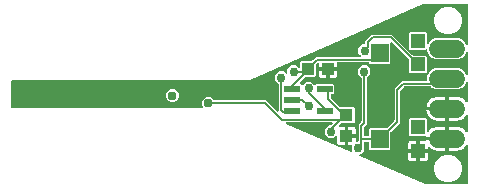
<source format=gbr>
G04 EAGLE Gerber RS-274X export*
G75*
%MOMM*%
%FSLAX34Y34*%
%LPD*%
%AMOC8*
5,1,8,0,0,1.08239X$1,22.5*%
G01*
%ADD10R,1.320800X0.558800*%
%ADD11R,1.000000X1.100000*%
%ADD12R,1.080000X1.050000*%
%ADD13C,1.524000*%
%ADD14R,1.200000X1.200000*%
%ADD15R,1.500000X1.600000*%
%ADD16C,0.787400*%
%ADD17C,0.756400*%
%ADD18C,0.152400*%

G36*
X86997Y-36601D02*
X86997Y-36601D01*
X87101Y-36598D01*
X87119Y-36591D01*
X87138Y-36590D01*
X87234Y-36549D01*
X87332Y-36513D01*
X87347Y-36502D01*
X87365Y-36494D01*
X87443Y-36425D01*
X87524Y-36360D01*
X87535Y-36344D01*
X87549Y-36331D01*
X87601Y-36241D01*
X87657Y-36153D01*
X87662Y-36134D01*
X87671Y-36118D01*
X87692Y-36016D01*
X87717Y-35914D01*
X87716Y-35895D01*
X87720Y-35877D01*
X87706Y-35773D01*
X87698Y-35669D01*
X87691Y-35652D01*
X87688Y-35633D01*
X87643Y-35539D01*
X87602Y-35443D01*
X87587Y-35424D01*
X87581Y-35411D01*
X87558Y-35388D01*
X87497Y-35312D01*
X87403Y-35218D01*
X87403Y-31222D01*
X87400Y-31202D01*
X87402Y-31183D01*
X87380Y-31081D01*
X87364Y-30979D01*
X87354Y-30962D01*
X87350Y-30942D01*
X87297Y-30853D01*
X87248Y-30762D01*
X87234Y-30748D01*
X87224Y-30731D01*
X87145Y-30664D01*
X87070Y-30592D01*
X87052Y-30584D01*
X87037Y-30571D01*
X86941Y-30532D01*
X86847Y-30489D01*
X86827Y-30487D01*
X86809Y-30479D01*
X86642Y-30461D01*
X84231Y-30461D01*
X84231Y-24193D01*
X90648Y-24193D01*
X90648Y-26952D01*
X90651Y-26972D01*
X90649Y-26991D01*
X90671Y-27093D01*
X90688Y-27195D01*
X90697Y-27212D01*
X90702Y-27232D01*
X90755Y-27321D01*
X90803Y-27412D01*
X90817Y-27426D01*
X90828Y-27443D01*
X90906Y-27510D01*
X90981Y-27582D01*
X90999Y-27590D01*
X91015Y-27603D01*
X91111Y-27642D01*
X91204Y-27685D01*
X91224Y-27687D01*
X91243Y-27695D01*
X91409Y-27713D01*
X92202Y-27713D01*
X92222Y-27710D01*
X92241Y-27712D01*
X92343Y-27690D01*
X92445Y-27674D01*
X92462Y-27664D01*
X92482Y-27660D01*
X92571Y-27607D01*
X92662Y-27558D01*
X92676Y-27544D01*
X92693Y-27534D01*
X92760Y-27455D01*
X92832Y-27380D01*
X92840Y-27362D01*
X92853Y-27347D01*
X92892Y-27251D01*
X92935Y-27157D01*
X92937Y-27137D01*
X92945Y-27119D01*
X92963Y-26952D01*
X92963Y-13023D01*
X95280Y-10706D01*
X95333Y-10632D01*
X95393Y-10562D01*
X95405Y-10532D01*
X95424Y-10506D01*
X95451Y-10419D01*
X95485Y-10334D01*
X95489Y-10293D01*
X95496Y-10271D01*
X95495Y-10239D01*
X95503Y-10168D01*
X95503Y26217D01*
X95489Y26307D01*
X95481Y26398D01*
X95469Y26427D01*
X95464Y26459D01*
X95421Y26540D01*
X95385Y26624D01*
X95359Y26656D01*
X95348Y26677D01*
X95325Y26699D01*
X95280Y26755D01*
X92483Y29552D01*
X92483Y33948D01*
X95592Y37057D01*
X99988Y37057D01*
X103097Y33948D01*
X103097Y29552D01*
X100300Y26755D01*
X100246Y26681D01*
X100187Y26611D01*
X100175Y26581D01*
X100156Y26555D01*
X100129Y26468D01*
X100095Y26383D01*
X100091Y26342D01*
X100084Y26320D01*
X100085Y26288D01*
X100077Y26217D01*
X100077Y-12377D01*
X98514Y-13940D01*
X97760Y-14694D01*
X97707Y-14768D01*
X97647Y-14838D01*
X97635Y-14868D01*
X97616Y-14894D01*
X97589Y-14981D01*
X97555Y-15066D01*
X97551Y-15107D01*
X97544Y-15129D01*
X97545Y-15161D01*
X97537Y-15233D01*
X97537Y-22352D01*
X97540Y-22372D01*
X97538Y-22391D01*
X97560Y-22493D01*
X97576Y-22595D01*
X97586Y-22612D01*
X97590Y-22632D01*
X97643Y-22721D01*
X97692Y-22812D01*
X97706Y-22826D01*
X97716Y-22843D01*
X97795Y-22910D01*
X97870Y-22982D01*
X97888Y-22990D01*
X97903Y-23003D01*
X97999Y-23042D01*
X98093Y-23085D01*
X98113Y-23087D01*
X98131Y-23095D01*
X98298Y-23113D01*
X101214Y-23113D01*
X101234Y-23110D01*
X101253Y-23112D01*
X101355Y-23090D01*
X101457Y-23074D01*
X101474Y-23064D01*
X101494Y-23060D01*
X101583Y-23007D01*
X101674Y-22958D01*
X101688Y-22944D01*
X101705Y-22934D01*
X101772Y-22855D01*
X101844Y-22780D01*
X101852Y-22762D01*
X101865Y-22747D01*
X101904Y-22651D01*
X101947Y-22557D01*
X101949Y-22537D01*
X101957Y-22519D01*
X101975Y-22352D01*
X101975Y-16618D01*
X102868Y-15725D01*
X116975Y-15725D01*
X117066Y-15711D01*
X117156Y-15703D01*
X117186Y-15691D01*
X117218Y-15686D01*
X117299Y-15643D01*
X117383Y-15607D01*
X117415Y-15581D01*
X117436Y-15570D01*
X117458Y-15547D01*
X117514Y-15502D01*
X123220Y-9796D01*
X123273Y-9722D01*
X123333Y-9652D01*
X123345Y-9622D01*
X123364Y-9596D01*
X123391Y-9509D01*
X123425Y-9424D01*
X123429Y-9383D01*
X123436Y-9361D01*
X123435Y-9329D01*
X123443Y-9257D01*
X123443Y17457D01*
X129863Y23877D01*
X150599Y23877D01*
X150619Y23880D01*
X150638Y23878D01*
X150740Y23900D01*
X150842Y23916D01*
X150859Y23926D01*
X150879Y23930D01*
X150968Y23983D01*
X151059Y24032D01*
X151073Y24046D01*
X151090Y24056D01*
X151157Y24135D01*
X151229Y24210D01*
X151237Y24228D01*
X151250Y24243D01*
X151288Y24339D01*
X151332Y24433D01*
X151334Y24453D01*
X151342Y24471D01*
X151360Y24638D01*
X151360Y27669D01*
X152752Y31030D01*
X155325Y33603D01*
X158686Y34995D01*
X177564Y34995D01*
X180925Y33603D01*
X183498Y31030D01*
X184209Y29313D01*
X184260Y29230D01*
X184306Y29144D01*
X184324Y29126D01*
X184338Y29104D01*
X184414Y29042D01*
X184484Y28975D01*
X184508Y28964D01*
X184528Y28947D01*
X184619Y28912D01*
X184707Y28871D01*
X184733Y28868D01*
X184757Y28859D01*
X184855Y28855D01*
X184951Y28844D01*
X184977Y28850D01*
X185003Y28849D01*
X185097Y28876D01*
X185192Y28896D01*
X185214Y28910D01*
X185239Y28917D01*
X185319Y28973D01*
X185403Y29023D01*
X185420Y29042D01*
X185441Y29057D01*
X185500Y29136D01*
X185563Y29210D01*
X185573Y29234D01*
X185588Y29255D01*
X185618Y29347D01*
X185655Y29438D01*
X185658Y29470D01*
X185664Y29489D01*
X185664Y29522D01*
X185673Y29604D01*
X185673Y47496D01*
X185658Y47592D01*
X185648Y47689D01*
X185638Y47713D01*
X185634Y47738D01*
X185588Y47824D01*
X185548Y47913D01*
X185531Y47933D01*
X185518Y47956D01*
X185448Y48023D01*
X185382Y48094D01*
X185359Y48107D01*
X185340Y48125D01*
X185252Y48166D01*
X185166Y48213D01*
X185141Y48218D01*
X185117Y48229D01*
X185020Y48239D01*
X184924Y48257D01*
X184898Y48253D01*
X184873Y48256D01*
X184777Y48235D01*
X184681Y48221D01*
X184658Y48209D01*
X184632Y48204D01*
X184549Y48154D01*
X184462Y48109D01*
X184443Y48091D01*
X184421Y48077D01*
X184358Y48003D01*
X184290Y47934D01*
X184274Y47905D01*
X184261Y47890D01*
X184249Y47860D01*
X184209Y47787D01*
X183498Y46070D01*
X180925Y43497D01*
X177564Y42105D01*
X158686Y42105D01*
X155325Y43497D01*
X152752Y46070D01*
X151360Y49431D01*
X151360Y49866D01*
X151349Y49937D01*
X151347Y50009D01*
X151329Y50058D01*
X151321Y50109D01*
X151287Y50172D01*
X151262Y50240D01*
X151230Y50280D01*
X151205Y50326D01*
X151154Y50376D01*
X151109Y50432D01*
X151065Y50460D01*
X151027Y50496D01*
X150962Y50526D01*
X150902Y50565D01*
X150851Y50577D01*
X150804Y50599D01*
X150733Y50607D01*
X150663Y50625D01*
X150611Y50621D01*
X150560Y50626D01*
X150489Y50611D01*
X150418Y50606D01*
X150370Y50585D01*
X150319Y50574D01*
X150258Y50537D01*
X150192Y50509D01*
X150136Y50464D01*
X150108Y50448D01*
X150093Y50430D01*
X150061Y50404D01*
X150007Y50350D01*
X136743Y50350D01*
X135850Y51243D01*
X135850Y64507D01*
X136743Y65400D01*
X150007Y65400D01*
X150900Y64507D01*
X150900Y55784D01*
X150915Y55688D01*
X150925Y55591D01*
X150935Y55567D01*
X150939Y55541D01*
X150985Y55456D01*
X151025Y55366D01*
X151042Y55347D01*
X151055Y55324D01*
X151125Y55257D01*
X151191Y55185D01*
X151214Y55173D01*
X151233Y55155D01*
X151321Y55114D01*
X151407Y55067D01*
X151432Y55062D01*
X151456Y55051D01*
X151553Y55040D01*
X151649Y55023D01*
X151675Y55027D01*
X151700Y55024D01*
X151796Y55045D01*
X151892Y55059D01*
X151915Y55071D01*
X151941Y55076D01*
X152024Y55126D01*
X152111Y55170D01*
X152130Y55189D01*
X152152Y55202D01*
X152215Y55276D01*
X152283Y55346D01*
X152299Y55375D01*
X152312Y55389D01*
X152324Y55420D01*
X152364Y55493D01*
X152752Y56430D01*
X155325Y59003D01*
X158686Y60395D01*
X177564Y60395D01*
X180925Y59003D01*
X183498Y56430D01*
X184209Y54713D01*
X184260Y54630D01*
X184306Y54544D01*
X184324Y54526D01*
X184338Y54504D01*
X184414Y54442D01*
X184484Y54375D01*
X184508Y54364D01*
X184528Y54347D01*
X184619Y54312D01*
X184707Y54271D01*
X184733Y54268D01*
X184757Y54259D01*
X184855Y54255D01*
X184951Y54244D01*
X184977Y54250D01*
X185003Y54249D01*
X185097Y54276D01*
X185192Y54296D01*
X185214Y54310D01*
X185239Y54317D01*
X185319Y54373D01*
X185403Y54423D01*
X185420Y54442D01*
X185441Y54457D01*
X185500Y54536D01*
X185563Y54610D01*
X185573Y54634D01*
X185588Y54655D01*
X185618Y54747D01*
X185655Y54838D01*
X185658Y54870D01*
X185664Y54889D01*
X185664Y54922D01*
X185673Y55004D01*
X185673Y88392D01*
X185670Y88412D01*
X185672Y88431D01*
X185650Y88533D01*
X185634Y88635D01*
X185624Y88652D01*
X185620Y88672D01*
X185567Y88761D01*
X185518Y88852D01*
X185504Y88866D01*
X185494Y88883D01*
X185415Y88950D01*
X185340Y89022D01*
X185322Y89030D01*
X185307Y89043D01*
X185211Y89082D01*
X185117Y89125D01*
X185097Y89127D01*
X185079Y89135D01*
X184912Y89153D01*
X147960Y89153D01*
X147888Y89141D01*
X147814Y89139D01*
X147749Y89119D01*
X147718Y89114D01*
X147696Y89102D01*
X147654Y89089D01*
X1444Y24807D01*
X1396Y24776D01*
X1343Y24753D01*
X1264Y24690D01*
X1238Y24673D01*
X1229Y24662D01*
X1212Y24648D01*
X947Y24383D01*
X640Y24383D01*
X568Y24371D01*
X494Y24369D01*
X429Y24349D01*
X398Y24344D01*
X376Y24332D01*
X334Y24319D01*
X53Y24195D01*
X-296Y24331D01*
X-352Y24343D01*
X-406Y24365D01*
X-506Y24376D01*
X-537Y24382D01*
X-550Y24381D01*
X-572Y24383D01*
X-200152Y24383D01*
X-200172Y24380D01*
X-200191Y24382D01*
X-200293Y24360D01*
X-200395Y24344D01*
X-200412Y24334D01*
X-200432Y24330D01*
X-200521Y24277D01*
X-200612Y24228D01*
X-200626Y24214D01*
X-200643Y24204D01*
X-200710Y24125D01*
X-200782Y24050D01*
X-200790Y24032D01*
X-200803Y24017D01*
X-200842Y23921D01*
X-200885Y23827D01*
X-200887Y23807D01*
X-200895Y23789D01*
X-200913Y23622D01*
X-200913Y1778D01*
X-200910Y1758D01*
X-200912Y1739D01*
X-200890Y1637D01*
X-200874Y1535D01*
X-200864Y1518D01*
X-200860Y1498D01*
X-200807Y1409D01*
X-200758Y1318D01*
X-200744Y1304D01*
X-200734Y1287D01*
X-200655Y1220D01*
X-200580Y1148D01*
X-200562Y1140D01*
X-200547Y1127D01*
X-200451Y1088D01*
X-200357Y1045D01*
X-200337Y1043D01*
X-200319Y1035D01*
X-200152Y1017D01*
X-39658Y1017D01*
X-39613Y1024D01*
X-39567Y1022D01*
X-39492Y1044D01*
X-39415Y1056D01*
X-39375Y1078D01*
X-39331Y1091D01*
X-39267Y1135D01*
X-39198Y1172D01*
X-39166Y1205D01*
X-39129Y1231D01*
X-39082Y1294D01*
X-39028Y1350D01*
X-39009Y1392D01*
X-38982Y1428D01*
X-38958Y1502D01*
X-38925Y1573D01*
X-38920Y1619D01*
X-38906Y1662D01*
X-38906Y1740D01*
X-38898Y1817D01*
X-38908Y1862D01*
X-38908Y1908D01*
X-38946Y2040D01*
X-38950Y2058D01*
X-38953Y2062D01*
X-38955Y2069D01*
X-39752Y3994D01*
X-39752Y6166D01*
X-38920Y8174D01*
X-37384Y9710D01*
X-35376Y10542D01*
X-33204Y10542D01*
X-31196Y9710D01*
X-29660Y8174D01*
X-29520Y7837D01*
X-29458Y7737D01*
X-29399Y7637D01*
X-29394Y7633D01*
X-29391Y7628D01*
X-29301Y7553D01*
X-29212Y7477D01*
X-29206Y7475D01*
X-29201Y7471D01*
X-29093Y7429D01*
X-28984Y7385D01*
X-28976Y7384D01*
X-28971Y7383D01*
X-28953Y7382D01*
X-28817Y7367D01*
X14917Y7367D01*
X24152Y-1868D01*
X24210Y-1910D01*
X24262Y-1960D01*
X24310Y-1982D01*
X24352Y-2012D01*
X24420Y-2033D01*
X24486Y-2063D01*
X24537Y-2069D01*
X24587Y-2084D01*
X24659Y-2082D01*
X24730Y-2090D01*
X24781Y-2079D01*
X24833Y-2078D01*
X24900Y-2053D01*
X24970Y-2038D01*
X25015Y-2011D01*
X25064Y-1993D01*
X25120Y-1949D01*
X25181Y-1912D01*
X25215Y-1872D01*
X25256Y-1840D01*
X25295Y-1779D01*
X25341Y-1725D01*
X25361Y-1677D01*
X25389Y-1633D01*
X25406Y-1563D01*
X25433Y-1497D01*
X25441Y-1425D01*
X25449Y-1394D01*
X25447Y-1371D01*
X25452Y-1330D01*
X25452Y21137D01*
X25437Y21227D01*
X25430Y21318D01*
X25417Y21347D01*
X25412Y21379D01*
X25369Y21460D01*
X25334Y21544D01*
X25308Y21576D01*
X25297Y21597D01*
X25274Y21619D01*
X25229Y21675D01*
X22432Y24472D01*
X22432Y28868D01*
X25540Y31977D01*
X29937Y31977D01*
X31494Y30420D01*
X31552Y30378D01*
X31604Y30328D01*
X31651Y30306D01*
X31693Y30276D01*
X31762Y30255D01*
X31827Y30225D01*
X31879Y30219D01*
X31929Y30204D01*
X32000Y30206D01*
X32071Y30198D01*
X32122Y30209D01*
X32174Y30210D01*
X32242Y30235D01*
X32312Y30250D01*
X32357Y30277D01*
X32405Y30295D01*
X32461Y30339D01*
X32523Y30376D01*
X32557Y30416D01*
X32597Y30448D01*
X32636Y30509D01*
X32683Y30563D01*
X32702Y30611D01*
X32730Y30655D01*
X32748Y30725D01*
X32775Y30791D01*
X32783Y30863D01*
X32791Y30894D01*
X32789Y30917D01*
X32793Y30958D01*
X32793Y33948D01*
X35902Y37057D01*
X40298Y37057D01*
X42223Y35132D01*
X42281Y35090D01*
X42333Y35040D01*
X42381Y35018D01*
X42423Y34988D01*
X42491Y34967D01*
X42557Y34937D01*
X42608Y34931D01*
X42658Y34916D01*
X42730Y34918D01*
X42801Y34910D01*
X42852Y34921D01*
X42904Y34922D01*
X42971Y34947D01*
X43041Y34962D01*
X43086Y34989D01*
X43135Y35007D01*
X43191Y35051D01*
X43252Y35088D01*
X43286Y35128D01*
X43327Y35160D01*
X43366Y35221D01*
X43412Y35275D01*
X43432Y35323D01*
X43460Y35367D01*
X43477Y35437D01*
X43504Y35503D01*
X43512Y35575D01*
X43520Y35606D01*
X43518Y35629D01*
X43523Y35670D01*
X43523Y40262D01*
X44416Y41155D01*
X53523Y41155D01*
X53613Y41169D01*
X53704Y41177D01*
X53734Y41189D01*
X53766Y41194D01*
X53846Y41237D01*
X53930Y41273D01*
X53962Y41299D01*
X53983Y41310D01*
X54005Y41333D01*
X54061Y41378D01*
X56880Y44197D01*
X94060Y44197D01*
X94130Y44208D01*
X94202Y44210D01*
X94251Y44228D01*
X94302Y44236D01*
X94366Y44270D01*
X94433Y44295D01*
X94474Y44327D01*
X94520Y44352D01*
X94569Y44404D01*
X94625Y44448D01*
X94653Y44492D01*
X94689Y44530D01*
X94719Y44595D01*
X94758Y44655D01*
X94771Y44706D01*
X94793Y44753D01*
X94801Y44824D01*
X94818Y44894D01*
X94814Y44946D01*
X94820Y44997D01*
X94805Y45068D01*
X94799Y45139D01*
X94779Y45187D01*
X94768Y45238D01*
X94731Y45299D01*
X94703Y45365D01*
X94658Y45421D01*
X94641Y45449D01*
X94624Y45464D01*
X94598Y45496D01*
X92762Y47332D01*
X92762Y51728D01*
X95871Y54837D01*
X98041Y54837D01*
X98061Y54840D01*
X98080Y54838D01*
X98182Y54860D01*
X98284Y54876D01*
X98301Y54886D01*
X98321Y54890D01*
X98410Y54943D01*
X98501Y54992D01*
X98515Y55006D01*
X98532Y55016D01*
X98599Y55095D01*
X98671Y55170D01*
X98679Y55188D01*
X98692Y55203D01*
X98731Y55299D01*
X98774Y55393D01*
X98776Y55413D01*
X98784Y55431D01*
X98802Y55598D01*
X98802Y57769D01*
X104021Y62988D01*
X121183Y62988D01*
X138548Y45623D01*
X138622Y45570D01*
X138692Y45510D01*
X138722Y45498D01*
X138748Y45479D01*
X138835Y45452D01*
X138920Y45418D01*
X138961Y45414D01*
X138983Y45407D01*
X139015Y45408D01*
X139087Y45400D01*
X150007Y45400D01*
X150900Y44507D01*
X150900Y31243D01*
X150007Y30350D01*
X136743Y30350D01*
X135850Y31243D01*
X135850Y41538D01*
X135836Y41628D01*
X135828Y41719D01*
X135816Y41748D01*
X135811Y41780D01*
X135768Y41861D01*
X135732Y41945D01*
X135706Y41977D01*
X135695Y41998D01*
X135672Y42020D01*
X135627Y42076D01*
X121199Y56504D01*
X121141Y56546D01*
X121089Y56595D01*
X121042Y56617D01*
X121000Y56647D01*
X120931Y56669D01*
X120866Y56699D01*
X120814Y56705D01*
X120764Y56720D01*
X120693Y56718D01*
X120622Y56726D01*
X120571Y56715D01*
X120519Y56713D01*
X120451Y56689D01*
X120381Y56674D01*
X120336Y56647D01*
X120288Y56629D01*
X120232Y56584D01*
X120170Y56547D01*
X120136Y56508D01*
X120096Y56475D01*
X120057Y56415D01*
X120010Y56361D01*
X119991Y56312D01*
X119963Y56268D01*
X119945Y56199D01*
X119918Y56132D01*
X119910Y56061D01*
X119902Y56030D01*
X119904Y56007D01*
X119900Y55966D01*
X119900Y39243D01*
X119007Y38350D01*
X102743Y38350D01*
X101693Y39400D01*
X101619Y39453D01*
X101550Y39513D01*
X101520Y39525D01*
X101494Y39544D01*
X101407Y39571D01*
X101322Y39605D01*
X101281Y39609D01*
X101259Y39616D01*
X101226Y39615D01*
X101155Y39623D01*
X75349Y39623D01*
X75330Y39620D01*
X75310Y39622D01*
X75209Y39600D01*
X75107Y39584D01*
X75089Y39574D01*
X75070Y39570D01*
X74981Y39517D01*
X74889Y39468D01*
X74876Y39454D01*
X74859Y39444D01*
X74791Y39365D01*
X74720Y39290D01*
X74712Y39272D01*
X74699Y39257D01*
X74660Y39161D01*
X74616Y39067D01*
X74614Y39047D01*
X74607Y39029D01*
X74588Y38862D01*
X74588Y35653D01*
X67810Y35653D01*
X67790Y35650D01*
X67770Y35652D01*
X67669Y35630D01*
X67567Y35613D01*
X67549Y35604D01*
X67530Y35600D01*
X67441Y35547D01*
X67349Y35498D01*
X67336Y35484D01*
X67319Y35474D01*
X67251Y35395D01*
X67180Y35320D01*
X67172Y35302D01*
X67159Y35287D01*
X67120Y35191D01*
X67076Y35097D01*
X67074Y35077D01*
X67067Y35059D01*
X67048Y34892D01*
X67048Y34129D01*
X67047Y34129D01*
X67047Y34892D01*
X67043Y34912D01*
X67046Y34931D01*
X67024Y35033D01*
X67007Y35135D01*
X66998Y35152D01*
X66993Y35172D01*
X66940Y35261D01*
X66892Y35352D01*
X66877Y35366D01*
X66867Y35383D01*
X66788Y35450D01*
X66713Y35521D01*
X66695Y35530D01*
X66680Y35543D01*
X66584Y35582D01*
X66490Y35625D01*
X66471Y35627D01*
X66452Y35635D01*
X66285Y35653D01*
X59507Y35653D01*
X59507Y38518D01*
X59495Y38588D01*
X59493Y38660D01*
X59475Y38709D01*
X59467Y38760D01*
X59433Y38824D01*
X59409Y38891D01*
X59376Y38932D01*
X59352Y38978D01*
X59300Y39027D01*
X59255Y39083D01*
X59211Y39111D01*
X59174Y39147D01*
X59109Y39177D01*
X59048Y39216D01*
X58998Y39229D01*
X58951Y39251D01*
X58879Y39259D01*
X58810Y39276D01*
X58758Y39272D01*
X58706Y39278D01*
X58636Y39263D01*
X58565Y39257D01*
X58517Y39237D01*
X58466Y39226D01*
X58404Y39189D01*
X58338Y39161D01*
X58282Y39116D01*
X58255Y39099D01*
X58239Y39082D01*
X58207Y39056D01*
X56795Y37644D01*
X56742Y37570D01*
X56683Y37500D01*
X56671Y37470D01*
X56652Y37444D01*
X56625Y37357D01*
X56591Y37272D01*
X56586Y37231D01*
X56579Y37209D01*
X56580Y37177D01*
X56572Y37105D01*
X56572Y27998D01*
X55679Y27105D01*
X47842Y27105D01*
X47752Y27091D01*
X47661Y27083D01*
X47631Y27071D01*
X47599Y27066D01*
X47519Y27023D01*
X47435Y26987D01*
X47403Y26961D01*
X47382Y26950D01*
X47360Y26927D01*
X47304Y26882D01*
X43388Y22966D01*
X43346Y22908D01*
X43296Y22856D01*
X43275Y22809D01*
X43244Y22767D01*
X43223Y22698D01*
X43193Y22633D01*
X43187Y22581D01*
X43172Y22531D01*
X43174Y22460D01*
X43166Y22389D01*
X43177Y22338D01*
X43178Y22286D01*
X43203Y22218D01*
X43218Y22148D01*
X43245Y22103D01*
X43263Y22055D01*
X43307Y21999D01*
X43344Y21937D01*
X43384Y21903D01*
X43416Y21863D01*
X43477Y21824D01*
X43531Y21777D01*
X43579Y21758D01*
X43623Y21730D01*
X43693Y21712D01*
X43759Y21685D01*
X43831Y21677D01*
X43862Y21669D01*
X43885Y21671D01*
X43926Y21667D01*
X44257Y21667D01*
X45181Y20743D01*
X45197Y20731D01*
X45210Y20715D01*
X45297Y20659D01*
X45381Y20599D01*
X45400Y20593D01*
X45417Y20582D01*
X45517Y20557D01*
X45616Y20527D01*
X45636Y20527D01*
X45655Y20522D01*
X45758Y20530D01*
X45862Y20533D01*
X45881Y20540D01*
X45900Y20541D01*
X45995Y20582D01*
X46093Y20618D01*
X46109Y20630D01*
X46127Y20638D01*
X46258Y20743D01*
X48602Y23087D01*
X52998Y23087D01*
X55280Y20805D01*
X55296Y20793D01*
X55308Y20778D01*
X55396Y20722D01*
X55479Y20662D01*
X55498Y20656D01*
X55515Y20645D01*
X55616Y20620D01*
X55715Y20589D01*
X55734Y20590D01*
X55754Y20585D01*
X55857Y20593D01*
X55960Y20596D01*
X55979Y20602D01*
X55999Y20604D01*
X56094Y20644D01*
X56191Y20680D01*
X56207Y20693D01*
X56225Y20700D01*
X56356Y20805D01*
X57218Y21667D01*
X71689Y21667D01*
X72582Y20774D01*
X72582Y13922D01*
X71689Y13029D01*
X70358Y13029D01*
X70338Y13026D01*
X70319Y13028D01*
X70217Y13006D01*
X70115Y12990D01*
X70098Y12980D01*
X70078Y12976D01*
X69989Y12923D01*
X69898Y12874D01*
X69884Y12860D01*
X69867Y12850D01*
X69800Y12771D01*
X69728Y12696D01*
X69720Y12678D01*
X69707Y12663D01*
X69668Y12567D01*
X69625Y12473D01*
X69623Y12453D01*
X69615Y12435D01*
X69597Y12268D01*
X69597Y10153D01*
X69611Y10062D01*
X69619Y9972D01*
X69631Y9942D01*
X69636Y9910D01*
X69679Y9829D01*
X69715Y9745D01*
X69741Y9713D01*
X69752Y9692D01*
X69775Y9670D01*
X69820Y9614D01*
X77606Y1828D01*
X77680Y1775D01*
X77750Y1715D01*
X77780Y1703D01*
X77806Y1684D01*
X77893Y1657D01*
X77978Y1623D01*
X78019Y1619D01*
X78041Y1612D01*
X78073Y1613D01*
X78145Y1605D01*
X88739Y1605D01*
X89632Y712D01*
X89632Y-11052D01*
X88739Y-11945D01*
X78212Y-11945D01*
X78122Y-11959D01*
X78031Y-11967D01*
X78001Y-11979D01*
X77969Y-11984D01*
X77889Y-12027D01*
X77805Y-12063D01*
X77773Y-12089D01*
X77752Y-12100D01*
X77730Y-12123D01*
X77674Y-12168D01*
X76235Y-13606D01*
X76207Y-13645D01*
X76172Y-13678D01*
X76136Y-13745D01*
X76091Y-13806D01*
X76077Y-13852D01*
X76054Y-13894D01*
X76041Y-13969D01*
X76019Y-14041D01*
X76020Y-14089D01*
X76012Y-14136D01*
X76024Y-14211D01*
X76025Y-14287D01*
X76042Y-14332D01*
X76049Y-14380D01*
X76084Y-14447D01*
X76110Y-14518D01*
X76140Y-14556D01*
X76162Y-14598D01*
X76216Y-14651D01*
X76264Y-14710D01*
X76304Y-14736D01*
X76338Y-14769D01*
X76407Y-14802D01*
X76471Y-14843D01*
X76517Y-14855D01*
X76560Y-14876D01*
X76636Y-14885D01*
X76709Y-14903D01*
X76757Y-14899D01*
X76805Y-14905D01*
X76932Y-14886D01*
X76954Y-14884D01*
X76960Y-14882D01*
X76970Y-14880D01*
X76973Y-14879D01*
X81184Y-14879D01*
X81184Y-21908D01*
X81186Y-21918D01*
X81185Y-21924D01*
X81187Y-21932D01*
X81185Y-21947D01*
X81207Y-22049D01*
X81224Y-22151D01*
X81233Y-22168D01*
X81238Y-22188D01*
X81291Y-22277D01*
X81339Y-22368D01*
X81354Y-22382D01*
X81364Y-22399D01*
X81442Y-22466D01*
X81517Y-22537D01*
X81536Y-22546D01*
X81551Y-22559D01*
X81647Y-22598D01*
X81741Y-22641D01*
X81760Y-22643D01*
X81779Y-22651D01*
X81946Y-22669D01*
X82708Y-22669D01*
X82708Y-22671D01*
X81946Y-22671D01*
X81926Y-22674D01*
X81906Y-22672D01*
X81805Y-22694D01*
X81703Y-22711D01*
X81685Y-22720D01*
X81666Y-22724D01*
X81577Y-22777D01*
X81485Y-22826D01*
X81472Y-22840D01*
X81455Y-22850D01*
X81387Y-22929D01*
X81316Y-23004D01*
X81308Y-23022D01*
X81295Y-23037D01*
X81256Y-23133D01*
X81212Y-23227D01*
X81210Y-23247D01*
X81203Y-23265D01*
X81184Y-23432D01*
X81184Y-30461D01*
X76973Y-30461D01*
X76327Y-30288D01*
X75747Y-29953D01*
X75274Y-29480D01*
X74940Y-28901D01*
X74767Y-28254D01*
X74767Y-23476D01*
X74755Y-23405D01*
X74753Y-23333D01*
X74735Y-23284D01*
X74727Y-23233D01*
X74693Y-23170D01*
X74669Y-23102D01*
X74636Y-23062D01*
X74612Y-23016D01*
X74560Y-22966D01*
X74515Y-22910D01*
X74471Y-22882D01*
X74434Y-22846D01*
X74369Y-22816D01*
X74308Y-22777D01*
X74258Y-22765D01*
X74211Y-22743D01*
X74139Y-22735D01*
X74070Y-22717D01*
X74018Y-22721D01*
X73966Y-22716D01*
X73896Y-22731D01*
X73825Y-22736D01*
X73777Y-22757D01*
X73726Y-22768D01*
X73664Y-22805D01*
X73598Y-22833D01*
X73542Y-22878D01*
X73515Y-22894D01*
X73499Y-22912D01*
X73467Y-22938D01*
X72048Y-24357D01*
X67652Y-24357D01*
X64543Y-21248D01*
X64543Y-16852D01*
X67652Y-13743D01*
X69315Y-13743D01*
X69405Y-13729D01*
X69496Y-13721D01*
X69526Y-13709D01*
X69558Y-13704D01*
X69638Y-13661D01*
X69722Y-13625D01*
X69754Y-13599D01*
X69775Y-13588D01*
X69797Y-13565D01*
X69853Y-13520D01*
X70897Y-12476D01*
X70939Y-12418D01*
X70989Y-12366D01*
X71010Y-12319D01*
X71041Y-12277D01*
X71062Y-12208D01*
X71092Y-12143D01*
X71098Y-12091D01*
X71113Y-12041D01*
X71111Y-11970D01*
X71119Y-11899D01*
X71108Y-11848D01*
X71107Y-11796D01*
X71082Y-11728D01*
X71067Y-11658D01*
X71040Y-11613D01*
X71022Y-11565D01*
X70978Y-11509D01*
X70941Y-11447D01*
X70901Y-11413D01*
X70869Y-11373D01*
X70808Y-11334D01*
X70754Y-11287D01*
X70706Y-11268D01*
X70662Y-11240D01*
X70592Y-11222D01*
X70526Y-11195D01*
X70454Y-11187D01*
X70423Y-11179D01*
X70400Y-11181D01*
X70359Y-11177D01*
X32101Y-11177D01*
X32012Y-11191D01*
X31922Y-11198D01*
X31891Y-11211D01*
X31859Y-11216D01*
X31779Y-11259D01*
X31695Y-11294D01*
X31671Y-11316D01*
X31641Y-11332D01*
X31579Y-11397D01*
X31511Y-11457D01*
X31495Y-11486D01*
X31472Y-11510D01*
X31434Y-11592D01*
X31389Y-11670D01*
X31382Y-11703D01*
X31368Y-11733D01*
X31358Y-11823D01*
X31341Y-11912D01*
X31345Y-11944D01*
X31341Y-11977D01*
X31360Y-12066D01*
X31372Y-12156D01*
X31386Y-12185D01*
X31393Y-12218D01*
X31440Y-12295D01*
X31479Y-12377D01*
X31503Y-12400D01*
X31520Y-12429D01*
X31588Y-12488D01*
X31652Y-12552D01*
X31688Y-12573D01*
X31707Y-12589D01*
X31736Y-12601D01*
X31797Y-12636D01*
X86655Y-36548D01*
X86756Y-36574D01*
X86855Y-36604D01*
X86874Y-36604D01*
X86893Y-36609D01*
X86997Y-36601D01*
G37*
G36*
X184932Y-63750D02*
X184932Y-63750D01*
X184951Y-63752D01*
X185053Y-63730D01*
X185155Y-63714D01*
X185172Y-63704D01*
X185192Y-63700D01*
X185281Y-63647D01*
X185372Y-63598D01*
X185386Y-63584D01*
X185403Y-63574D01*
X185470Y-63495D01*
X185542Y-63420D01*
X185550Y-63402D01*
X185563Y-63387D01*
X185602Y-63291D01*
X185645Y-63197D01*
X185647Y-63177D01*
X185655Y-63159D01*
X185673Y-62992D01*
X185673Y-30914D01*
X185672Y-30906D01*
X185673Y-30898D01*
X185652Y-30785D01*
X185634Y-30671D01*
X185630Y-30664D01*
X185628Y-30657D01*
X185572Y-30556D01*
X185518Y-30454D01*
X185513Y-30449D01*
X185509Y-30442D01*
X185424Y-30364D01*
X185340Y-30285D01*
X185333Y-30281D01*
X185327Y-30276D01*
X185221Y-30230D01*
X185117Y-30181D01*
X185109Y-30180D01*
X185102Y-30177D01*
X184987Y-30167D01*
X184873Y-30154D01*
X184865Y-30156D01*
X184857Y-30155D01*
X184744Y-30182D01*
X184632Y-30206D01*
X184625Y-30210D01*
X184618Y-30212D01*
X184519Y-30274D01*
X184421Y-30332D01*
X184416Y-30338D01*
X184409Y-30343D01*
X184296Y-30467D01*
X183495Y-31569D01*
X182364Y-32700D01*
X181070Y-33640D01*
X179645Y-34366D01*
X178124Y-34861D01*
X176545Y-35111D01*
X169648Y-35111D01*
X169648Y-25712D01*
X169645Y-25692D01*
X169647Y-25673D01*
X169625Y-25571D01*
X169608Y-25469D01*
X169599Y-25452D01*
X169595Y-25432D01*
X169542Y-25343D01*
X169493Y-25252D01*
X169479Y-25238D01*
X169469Y-25221D01*
X169390Y-25154D01*
X169315Y-25083D01*
X169297Y-25074D01*
X169282Y-25061D01*
X169186Y-25023D01*
X169092Y-24979D01*
X169072Y-24977D01*
X169054Y-24969D01*
X168887Y-24951D01*
X168124Y-24951D01*
X168124Y-24949D01*
X168887Y-24949D01*
X168907Y-24946D01*
X168926Y-24948D01*
X169028Y-24926D01*
X169130Y-24909D01*
X169147Y-24900D01*
X169167Y-24896D01*
X169256Y-24843D01*
X169347Y-24794D01*
X169361Y-24780D01*
X169378Y-24770D01*
X169445Y-24691D01*
X169516Y-24616D01*
X169525Y-24598D01*
X169538Y-24583D01*
X169577Y-24487D01*
X169620Y-24393D01*
X169622Y-24373D01*
X169630Y-24355D01*
X169648Y-24188D01*
X169648Y-14789D01*
X176545Y-14789D01*
X178124Y-15039D01*
X179645Y-15534D01*
X181070Y-16260D01*
X182364Y-17200D01*
X183495Y-18331D01*
X184296Y-19433D01*
X184302Y-19439D01*
X184306Y-19446D01*
X184389Y-19525D01*
X184471Y-19606D01*
X184478Y-19610D01*
X184484Y-19615D01*
X184588Y-19664D01*
X184692Y-19714D01*
X184700Y-19716D01*
X184707Y-19719D01*
X184821Y-19732D01*
X184936Y-19747D01*
X184944Y-19745D01*
X184951Y-19746D01*
X185064Y-19722D01*
X185177Y-19699D01*
X185184Y-19695D01*
X185192Y-19694D01*
X185291Y-19635D01*
X185391Y-19578D01*
X185396Y-19572D01*
X185403Y-19568D01*
X185478Y-19480D01*
X185555Y-19394D01*
X185558Y-19387D01*
X185563Y-19381D01*
X185606Y-19274D01*
X185651Y-19168D01*
X185652Y-19160D01*
X185655Y-19152D01*
X185673Y-18986D01*
X185673Y-5514D01*
X185672Y-5506D01*
X185673Y-5498D01*
X185652Y-5385D01*
X185634Y-5271D01*
X185630Y-5264D01*
X185628Y-5257D01*
X185572Y-5156D01*
X185518Y-5054D01*
X185513Y-5049D01*
X185509Y-5042D01*
X185424Y-4964D01*
X185340Y-4885D01*
X185333Y-4881D01*
X185327Y-4876D01*
X185221Y-4830D01*
X185117Y-4781D01*
X185109Y-4780D01*
X185102Y-4777D01*
X184987Y-4767D01*
X184873Y-4754D01*
X184865Y-4756D01*
X184857Y-4755D01*
X184744Y-4782D01*
X184632Y-4806D01*
X184625Y-4810D01*
X184618Y-4812D01*
X184519Y-4874D01*
X184421Y-4932D01*
X184416Y-4938D01*
X184409Y-4943D01*
X184296Y-5067D01*
X183495Y-6169D01*
X182364Y-7300D01*
X181070Y-8240D01*
X179645Y-8966D01*
X178124Y-9461D01*
X176545Y-9711D01*
X169648Y-9711D01*
X169648Y-312D01*
X169645Y-292D01*
X169647Y-273D01*
X169625Y-171D01*
X169608Y-69D01*
X169599Y-52D01*
X169595Y-32D01*
X169542Y57D01*
X169493Y148D01*
X169479Y162D01*
X169469Y179D01*
X169390Y246D01*
X169315Y317D01*
X169297Y326D01*
X169282Y339D01*
X169186Y378D01*
X169092Y421D01*
X169072Y423D01*
X169054Y431D01*
X168887Y449D01*
X168124Y449D01*
X168124Y451D01*
X168887Y451D01*
X168907Y454D01*
X168926Y452D01*
X169028Y474D01*
X169130Y491D01*
X169147Y500D01*
X169167Y504D01*
X169256Y557D01*
X169347Y606D01*
X169361Y620D01*
X169378Y630D01*
X169445Y709D01*
X169516Y784D01*
X169525Y802D01*
X169538Y817D01*
X169576Y913D01*
X169620Y1007D01*
X169622Y1027D01*
X169630Y1045D01*
X169648Y1212D01*
X169648Y10611D01*
X176545Y10611D01*
X178124Y10361D01*
X179645Y9866D01*
X181070Y9140D01*
X182364Y8200D01*
X183495Y7069D01*
X184296Y5967D01*
X184302Y5961D01*
X184306Y5954D01*
X184389Y5875D01*
X184471Y5794D01*
X184478Y5790D01*
X184484Y5785D01*
X184588Y5736D01*
X184692Y5686D01*
X184700Y5684D01*
X184707Y5681D01*
X184821Y5668D01*
X184936Y5653D01*
X184944Y5655D01*
X184951Y5654D01*
X185064Y5678D01*
X185177Y5701D01*
X185184Y5705D01*
X185192Y5706D01*
X185291Y5765D01*
X185391Y5822D01*
X185396Y5828D01*
X185403Y5832D01*
X185478Y5920D01*
X185555Y6006D01*
X185558Y6013D01*
X185563Y6019D01*
X185606Y6126D01*
X185651Y6232D01*
X185652Y6240D01*
X185655Y6248D01*
X185673Y6414D01*
X185673Y22096D01*
X185658Y22192D01*
X185648Y22289D01*
X185638Y22313D01*
X185634Y22338D01*
X185588Y22424D01*
X185548Y22513D01*
X185531Y22533D01*
X185518Y22556D01*
X185448Y22623D01*
X185382Y22694D01*
X185359Y22707D01*
X185340Y22725D01*
X185252Y22766D01*
X185166Y22813D01*
X185141Y22818D01*
X185117Y22829D01*
X185020Y22839D01*
X184924Y22857D01*
X184898Y22853D01*
X184873Y22856D01*
X184777Y22835D01*
X184681Y22821D01*
X184658Y22809D01*
X184632Y22804D01*
X184549Y22754D01*
X184462Y22709D01*
X184443Y22691D01*
X184421Y22677D01*
X184358Y22603D01*
X184290Y22534D01*
X184274Y22505D01*
X184261Y22490D01*
X184249Y22460D01*
X184209Y22387D01*
X183498Y20670D01*
X180925Y18097D01*
X177564Y16705D01*
X158686Y16705D01*
X155325Y18097D01*
X154342Y19080D01*
X154268Y19133D01*
X154199Y19193D01*
X154169Y19205D01*
X154142Y19224D01*
X154055Y19251D01*
X153971Y19285D01*
X153930Y19289D01*
X153907Y19296D01*
X153875Y19295D01*
X153804Y19303D01*
X132073Y19303D01*
X131982Y19289D01*
X131892Y19281D01*
X131862Y19269D01*
X131830Y19264D01*
X131749Y19221D01*
X131665Y19185D01*
X131633Y19159D01*
X131612Y19148D01*
X131590Y19125D01*
X131534Y19080D01*
X128240Y15786D01*
X128187Y15712D01*
X128127Y15642D01*
X128115Y15612D01*
X128096Y15586D01*
X128069Y15499D01*
X128035Y15414D01*
X128031Y15373D01*
X128024Y15351D01*
X128025Y15319D01*
X128017Y15247D01*
X128017Y-11467D01*
X120248Y-19236D01*
X120195Y-19310D01*
X120135Y-19380D01*
X120123Y-19410D01*
X120104Y-19436D01*
X120077Y-19523D01*
X120043Y-19608D01*
X120039Y-19649D01*
X120032Y-19671D01*
X120033Y-19703D01*
X120025Y-19775D01*
X120025Y-33882D01*
X119132Y-34775D01*
X102868Y-34775D01*
X101975Y-33882D01*
X101975Y-28448D01*
X101972Y-28428D01*
X101974Y-28409D01*
X101952Y-28308D01*
X101936Y-28205D01*
X101926Y-28188D01*
X101922Y-28168D01*
X101869Y-28079D01*
X101820Y-27988D01*
X101806Y-27974D01*
X101796Y-27957D01*
X101717Y-27890D01*
X101642Y-27818D01*
X101624Y-27810D01*
X101609Y-27797D01*
X101513Y-27758D01*
X101419Y-27715D01*
X101399Y-27713D01*
X101381Y-27705D01*
X101214Y-27687D01*
X98298Y-27687D01*
X98278Y-27690D01*
X98259Y-27688D01*
X98157Y-27710D01*
X98055Y-27726D01*
X98038Y-27736D01*
X98018Y-27740D01*
X97929Y-27793D01*
X97838Y-27842D01*
X97824Y-27856D01*
X97807Y-27866D01*
X97740Y-27945D01*
X97668Y-28020D01*
X97660Y-28038D01*
X97647Y-28053D01*
X97608Y-28149D01*
X97565Y-28243D01*
X97563Y-28263D01*
X97555Y-28281D01*
X97537Y-28448D01*
X97537Y-30027D01*
X97551Y-30117D01*
X97559Y-30208D01*
X97571Y-30237D01*
X97576Y-30269D01*
X97619Y-30350D01*
X97655Y-30434D01*
X97681Y-30466D01*
X97692Y-30487D01*
X97715Y-30509D01*
X97760Y-30565D01*
X98017Y-30822D01*
X98017Y-35218D01*
X94908Y-38327D01*
X94387Y-38327D01*
X94297Y-38341D01*
X94207Y-38348D01*
X94177Y-38361D01*
X94144Y-38366D01*
X94064Y-38409D01*
X93981Y-38444D01*
X93956Y-38466D01*
X93927Y-38482D01*
X93864Y-38547D01*
X93797Y-38607D01*
X93780Y-38636D01*
X93757Y-38660D01*
X93719Y-38742D01*
X93674Y-38820D01*
X93668Y-38853D01*
X93654Y-38883D01*
X93644Y-38973D01*
X93626Y-39062D01*
X93630Y-39094D01*
X93626Y-39127D01*
X93646Y-39216D01*
X93657Y-39306D01*
X93672Y-39335D01*
X93679Y-39368D01*
X93725Y-39445D01*
X93765Y-39527D01*
X93788Y-39550D01*
X93805Y-39579D01*
X93874Y-39638D01*
X93937Y-39702D01*
X93974Y-39723D01*
X93992Y-39739D01*
X94022Y-39751D01*
X94083Y-39786D01*
X148921Y-63690D01*
X148991Y-63708D01*
X149059Y-63735D01*
X149129Y-63743D01*
X149160Y-63750D01*
X149183Y-63749D01*
X149225Y-63753D01*
X184912Y-63753D01*
X184932Y-63750D01*
G37*
%LPC*%
G36*
X166458Y63475D02*
X166458Y63475D01*
X162222Y65230D01*
X158980Y68472D01*
X157225Y72708D01*
X157225Y77292D01*
X158980Y81528D01*
X162222Y84770D01*
X166458Y86525D01*
X171042Y86525D01*
X175278Y84770D01*
X178520Y81528D01*
X180275Y77292D01*
X180275Y72708D01*
X178520Y68472D01*
X175278Y65230D01*
X171042Y63475D01*
X166458Y63475D01*
G37*
%LPD*%
%LPC*%
G36*
X166458Y-61525D02*
X166458Y-61525D01*
X162222Y-59770D01*
X158980Y-56528D01*
X157225Y-52292D01*
X157225Y-47708D01*
X158980Y-43472D01*
X162222Y-40230D01*
X166458Y-38475D01*
X171042Y-38475D01*
X175278Y-40230D01*
X178520Y-43472D01*
X180275Y-47708D01*
X180275Y-52292D01*
X178520Y-56528D01*
X175278Y-59770D01*
X171042Y-61525D01*
X166458Y-61525D01*
G37*
%LPD*%
%LPC*%
G36*
X150422Y-23427D02*
X150422Y-23427D01*
X150421Y-23409D01*
X150396Y-23334D01*
X150379Y-23256D01*
X150356Y-23218D01*
X150342Y-23176D01*
X150293Y-23113D01*
X150253Y-23045D01*
X150219Y-23016D01*
X150192Y-22981D01*
X150126Y-22937D01*
X150066Y-22885D01*
X150025Y-22869D01*
X149988Y-22844D01*
X149911Y-22823D01*
X149838Y-22793D01*
X149779Y-22787D01*
X149751Y-22779D01*
X149723Y-22781D01*
X149671Y-22775D01*
X136868Y-22775D01*
X135975Y-21882D01*
X135975Y-8618D01*
X136868Y-7725D01*
X150132Y-7725D01*
X151025Y-8618D01*
X151025Y-18369D01*
X151026Y-18377D01*
X151025Y-18385D01*
X151046Y-18499D01*
X151064Y-18612D01*
X151068Y-18619D01*
X151070Y-18627D01*
X151126Y-18728D01*
X151180Y-18829D01*
X151185Y-18835D01*
X151189Y-18842D01*
X151274Y-18919D01*
X151358Y-18999D01*
X151365Y-19002D01*
X151371Y-19007D01*
X151476Y-19054D01*
X151581Y-19102D01*
X151589Y-19103D01*
X151596Y-19106D01*
X151711Y-19117D01*
X151825Y-19129D01*
X151833Y-19128D01*
X151841Y-19128D01*
X151954Y-19102D01*
X152066Y-19077D01*
X152073Y-19073D01*
X152080Y-19071D01*
X152178Y-19010D01*
X152277Y-18951D01*
X152282Y-18945D01*
X152289Y-18941D01*
X152402Y-18817D01*
X152755Y-18331D01*
X153886Y-17200D01*
X155180Y-16260D01*
X156605Y-15534D01*
X158126Y-15039D01*
X159705Y-14789D01*
X166602Y-14789D01*
X166602Y-23427D01*
X150422Y-23427D01*
G37*
%LPD*%
%LPC*%
G36*
X158126Y-34861D02*
X158126Y-34861D01*
X156605Y-34366D01*
X155180Y-33640D01*
X153886Y-32700D01*
X153340Y-32155D01*
X153282Y-32113D01*
X153230Y-32063D01*
X153183Y-32042D01*
X153141Y-32011D01*
X153072Y-31990D01*
X153007Y-31960D01*
X152955Y-31954D01*
X152905Y-31939D01*
X152834Y-31941D01*
X152763Y-31933D01*
X152712Y-31944D01*
X152660Y-31945D01*
X152592Y-31970D01*
X152522Y-31985D01*
X152477Y-32012D01*
X152429Y-32030D01*
X152373Y-32074D01*
X152311Y-32111D01*
X152277Y-32151D01*
X152237Y-32183D01*
X152198Y-32244D01*
X152151Y-32298D01*
X152132Y-32347D01*
X152104Y-32390D01*
X152086Y-32460D01*
X152059Y-32526D01*
X152051Y-32598D01*
X152043Y-32629D01*
X152045Y-32652D01*
X152041Y-32693D01*
X152041Y-33727D01*
X145023Y-33727D01*
X145023Y-26709D01*
X149605Y-26709D01*
X149683Y-26696D01*
X149763Y-26693D01*
X149804Y-26677D01*
X149848Y-26670D01*
X149918Y-26632D01*
X149992Y-26603D01*
X150026Y-26575D01*
X150065Y-26554D01*
X150120Y-26497D01*
X150148Y-26473D01*
X166602Y-26473D01*
X166602Y-35111D01*
X159705Y-35111D01*
X158126Y-34861D01*
G37*
%LPD*%
%LPC*%
G36*
X150459Y1973D02*
X150459Y1973D01*
X150594Y2829D01*
X151089Y4350D01*
X151815Y5775D01*
X152755Y7069D01*
X153886Y8200D01*
X155180Y9140D01*
X156605Y9866D01*
X158126Y10361D01*
X159705Y10611D01*
X166602Y10611D01*
X166602Y1973D01*
X150459Y1973D01*
G37*
%LPD*%
%LPC*%
G36*
X158126Y-9461D02*
X158126Y-9461D01*
X156605Y-8966D01*
X155180Y-8240D01*
X153886Y-7300D01*
X152755Y-6169D01*
X151815Y-4875D01*
X151089Y-3450D01*
X150594Y-1929D01*
X150459Y-1073D01*
X166602Y-1073D01*
X166602Y-9711D01*
X159705Y-9711D01*
X158126Y-9461D01*
G37*
%LPD*%
%LPC*%
G36*
X-65856Y5968D02*
X-65856Y5968D01*
X-67864Y6800D01*
X-69400Y8336D01*
X-70232Y10344D01*
X-70232Y12516D01*
X-69400Y14524D01*
X-67864Y16060D01*
X-65856Y16892D01*
X-63684Y16892D01*
X-61676Y16060D01*
X-60140Y14524D01*
X-59308Y12516D01*
X-59308Y10344D01*
X-60140Y8336D01*
X-61676Y6800D01*
X-63684Y5968D01*
X-65856Y5968D01*
G37*
%LPD*%
%LPC*%
G36*
X145023Y-43791D02*
X145023Y-43791D01*
X145023Y-36773D01*
X152041Y-36773D01*
X152041Y-41584D01*
X151868Y-42231D01*
X151533Y-42810D01*
X151060Y-43283D01*
X150481Y-43618D01*
X149834Y-43791D01*
X145023Y-43791D01*
G37*
%LPD*%
%LPC*%
G36*
X137166Y-43791D02*
X137166Y-43791D01*
X136519Y-43618D01*
X135940Y-43283D01*
X135467Y-42810D01*
X135132Y-42231D01*
X134959Y-41584D01*
X134959Y-36773D01*
X141977Y-36773D01*
X141977Y-43791D01*
X137166Y-43791D01*
G37*
%LPD*%
%LPC*%
G36*
X134959Y-33727D02*
X134959Y-33727D01*
X134959Y-28916D01*
X135132Y-28269D01*
X135467Y-27690D01*
X135940Y-27217D01*
X136519Y-26882D01*
X137166Y-26709D01*
X141977Y-26709D01*
X141977Y-33727D01*
X134959Y-33727D01*
G37*
%LPD*%
%LPC*%
G36*
X84231Y-21147D02*
X84231Y-21147D01*
X84231Y-14879D01*
X88442Y-14879D01*
X89088Y-15052D01*
X89668Y-15387D01*
X90141Y-15860D01*
X90475Y-16439D01*
X90648Y-17086D01*
X90648Y-21147D01*
X84231Y-21147D01*
G37*
%LPD*%
%LPC*%
G36*
X68571Y26089D02*
X68571Y26089D01*
X68571Y32607D01*
X74588Y32607D01*
X74588Y28296D01*
X74415Y27649D01*
X74081Y27070D01*
X73608Y26597D01*
X73028Y26262D01*
X72382Y26089D01*
X68571Y26089D01*
G37*
%LPD*%
%LPC*%
G36*
X61713Y26089D02*
X61713Y26089D01*
X61067Y26262D01*
X60487Y26597D01*
X60014Y27070D01*
X59680Y27649D01*
X59507Y28296D01*
X59507Y32607D01*
X65524Y32607D01*
X65524Y26089D01*
X61713Y26089D01*
G37*
%LPD*%
%LPC*%
G36*
X143499Y-35251D02*
X143499Y-35251D01*
X143499Y-35249D01*
X143501Y-35249D01*
X143501Y-35251D01*
X143499Y-35251D01*
G37*
%LPD*%
D10*
X37022Y17348D03*
X37022Y7950D03*
X37022Y-1448D03*
X64454Y-1448D03*
X64454Y17348D03*
D11*
X67048Y34130D03*
X50048Y34130D03*
D12*
X82708Y-5170D03*
X82708Y-22670D03*
D13*
X160505Y51250D02*
X175745Y51250D01*
X175745Y25850D02*
X160505Y25850D01*
X160505Y450D02*
X175745Y450D01*
X175745Y-24950D02*
X160505Y-24950D01*
D14*
X143375Y37875D03*
X143375Y57875D03*
D15*
X110875Y47875D03*
D14*
X143500Y-35250D03*
X143500Y-15250D03*
D15*
X111000Y-25250D03*
D16*
X-48260Y19050D03*
D17*
X91440Y5080D03*
X111760Y33020D03*
D18*
X67310Y14492D02*
X64454Y17348D01*
X67310Y14492D02*
X67310Y8890D01*
X77470Y-1270D01*
X78808Y-1270D02*
X82708Y-5170D01*
X78808Y-1270D02*
X77470Y-1270D01*
D17*
X69850Y-19050D03*
D18*
X82708Y-5170D02*
X82674Y-5136D01*
X82674Y-3934D02*
X69850Y-16758D01*
X69850Y-19050D01*
D16*
X-34290Y5080D03*
D18*
X13970Y5080D01*
X27940Y-8890D01*
X77718Y-8890D01*
X82674Y-3934D01*
X82674Y-5136D01*
X110850Y-25400D02*
X111000Y-25250D01*
X125730Y-10520D01*
X125730Y16510D01*
X130810Y21590D01*
X163865Y21590D01*
X168125Y25850D01*
D17*
X97790Y31750D03*
D18*
X97790Y-11430D01*
X95250Y-13970D02*
X95250Y-19050D01*
D17*
X92710Y-33020D03*
D18*
X95250Y-30480D01*
X95250Y-25400D01*
X95250Y-19050D01*
X95250Y-25400D02*
X110850Y-25400D01*
X97790Y-11430D02*
X95250Y-13970D01*
X64454Y-178D02*
X50800Y13476D01*
D17*
X50800Y17780D03*
X98069Y49530D03*
D18*
X101089Y56822D02*
X104968Y60701D01*
X101089Y52550D02*
X98069Y49530D01*
X101089Y52550D02*
X101089Y56822D01*
X104968Y60701D02*
X120236Y60701D01*
X143062Y37875D01*
X143375Y37875D01*
X64454Y-178D02*
X64454Y-1448D01*
X50800Y13476D02*
X50800Y17780D01*
X37022Y17348D02*
X37022Y19834D01*
X50048Y32860D01*
X50048Y34130D02*
X57828Y41910D01*
X104910Y41910D02*
X110875Y47875D01*
X104910Y41910D02*
X57828Y41910D01*
D17*
X38100Y31750D03*
D18*
X47668Y31750D01*
X50048Y32860D02*
X50048Y34130D01*
X47668Y31750D01*
X45390Y7950D02*
X37022Y7950D01*
X45390Y7950D02*
X50800Y2540D01*
D17*
X50800Y2540D03*
X27739Y26670D03*
D18*
X27739Y-1069D01*
X28575Y-1905D01*
X29210Y-2540D01*
X35930Y-2540D02*
X37022Y-1448D01*
X35930Y-2540D02*
X29210Y-2540D01*
D16*
X-64770Y11430D03*
M02*

</source>
